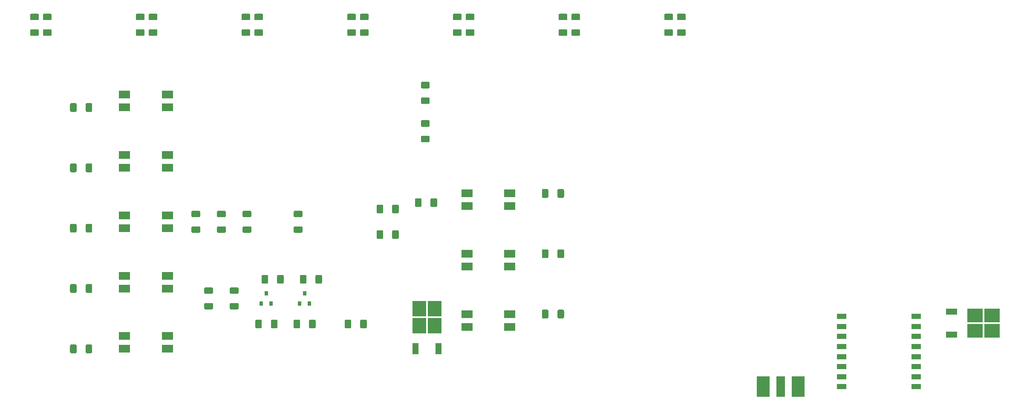
<source format=gbr>
%TF.GenerationSoftware,KiCad,Pcbnew,(5.1.7)-1*%
%TF.CreationDate,2020-11-03T10:53:37+01:00*%
%TF.ProjectId,PCB,5043422e-6b69-4636-9164-5f7063625858,rev?*%
%TF.SameCoordinates,Original*%
%TF.FileFunction,Paste,Top*%
%TF.FilePolarity,Positive*%
%FSLAX46Y46*%
G04 Gerber Fmt 4.6, Leading zero omitted, Abs format (unit mm)*
G04 Created by KiCad (PCBNEW (5.1.7)-1) date 2020-11-03 10:53:37*
%MOMM*%
%LPD*%
G01*
G04 APERTURE LIST*
%ADD10R,2.200000X1.200000*%
%ADD11R,3.050000X2.750000*%
%ADD12R,0.800000X0.900000*%
%ADD13R,2.665000X4.190000*%
%ADD14R,1.780000X4.190000*%
%ADD15R,2.250000X1.600000*%
%ADD16R,2.750000X3.050000*%
%ADD17R,1.200000X2.200000*%
%ADD18R,1.950000X1.050000*%
G04 APERTURE END LIST*
D10*
%TO.C,U23*%
X228600000Y-92100000D03*
X228600000Y-96660000D03*
D11*
X236575000Y-95905000D03*
X233225000Y-92855000D03*
X236575000Y-92855000D03*
X233225000Y-95905000D03*
%TD*%
%TO.C,R38*%
G36*
G01*
X94560800Y-86245000D02*
X94560800Y-84995000D01*
G75*
G02*
X94810800Y-84745000I250000J0D01*
G01*
X95610800Y-84745000D01*
G75*
G02*
X95860800Y-84995000I0J-250000D01*
G01*
X95860800Y-86245000D01*
G75*
G02*
X95610800Y-86495000I-250000J0D01*
G01*
X94810800Y-86495000D01*
G75*
G02*
X94560800Y-86245000I0J250000D01*
G01*
G37*
G36*
G01*
X91460800Y-86245000D02*
X91460800Y-84995000D01*
G75*
G02*
X91710800Y-84745000I250000J0D01*
G01*
X92510800Y-84745000D01*
G75*
G02*
X92760800Y-84995000I0J-250000D01*
G01*
X92760800Y-86245000D01*
G75*
G02*
X92510800Y-86495000I-250000J0D01*
G01*
X91710800Y-86495000D01*
G75*
G02*
X91460800Y-86245000I0J250000D01*
G01*
G37*
%TD*%
%TO.C,R37*%
G36*
G01*
X91530000Y-93885000D02*
X91530000Y-95135000D01*
G75*
G02*
X91280000Y-95385000I-250000J0D01*
G01*
X90480000Y-95385000D01*
G75*
G02*
X90230000Y-95135000I0J250000D01*
G01*
X90230000Y-93885000D01*
G75*
G02*
X90480000Y-93635000I250000J0D01*
G01*
X91280000Y-93635000D01*
G75*
G02*
X91530000Y-93885000I0J-250000D01*
G01*
G37*
G36*
G01*
X94630000Y-93885000D02*
X94630000Y-95135000D01*
G75*
G02*
X94380000Y-95385000I-250000J0D01*
G01*
X93580000Y-95385000D01*
G75*
G02*
X93330000Y-95135000I0J250000D01*
G01*
X93330000Y-93885000D01*
G75*
G02*
X93580000Y-93635000I250000J0D01*
G01*
X94380000Y-93635000D01*
G75*
G02*
X94630000Y-93885000I0J-250000D01*
G01*
G37*
%TD*%
%TO.C,R36*%
G36*
G01*
X102180800Y-86245000D02*
X102180800Y-84995000D01*
G75*
G02*
X102430800Y-84745000I250000J0D01*
G01*
X103230800Y-84745000D01*
G75*
G02*
X103480800Y-84995000I0J-250000D01*
G01*
X103480800Y-86245000D01*
G75*
G02*
X103230800Y-86495000I-250000J0D01*
G01*
X102430800Y-86495000D01*
G75*
G02*
X102180800Y-86245000I0J250000D01*
G01*
G37*
G36*
G01*
X99080800Y-86245000D02*
X99080800Y-84995000D01*
G75*
G02*
X99330800Y-84745000I250000J0D01*
G01*
X100130800Y-84745000D01*
G75*
G02*
X100380800Y-84995000I0J-250000D01*
G01*
X100380800Y-86245000D01*
G75*
G02*
X100130800Y-86495000I-250000J0D01*
G01*
X99330800Y-86495000D01*
G75*
G02*
X99080800Y-86245000I0J250000D01*
G01*
G37*
%TD*%
%TO.C,R32*%
G36*
G01*
X111070800Y-95135000D02*
X111070800Y-93885000D01*
G75*
G02*
X111320800Y-93635000I250000J0D01*
G01*
X112120800Y-93635000D01*
G75*
G02*
X112370800Y-93885000I0J-250000D01*
G01*
X112370800Y-95135000D01*
G75*
G02*
X112120800Y-95385000I-250000J0D01*
G01*
X111320800Y-95385000D01*
G75*
G02*
X111070800Y-95135000I0J250000D01*
G01*
G37*
G36*
G01*
X107970800Y-95135000D02*
X107970800Y-93885000D01*
G75*
G02*
X108220800Y-93635000I250000J0D01*
G01*
X109020800Y-93635000D01*
G75*
G02*
X109270800Y-93885000I0J-250000D01*
G01*
X109270800Y-95135000D01*
G75*
G02*
X109020800Y-95385000I-250000J0D01*
G01*
X108220800Y-95385000D01*
G75*
G02*
X107970800Y-95135000I0J250000D01*
G01*
G37*
%TD*%
%TO.C,R15*%
G36*
G01*
X99110800Y-93885000D02*
X99110800Y-95135000D01*
G75*
G02*
X98860800Y-95385000I-250000J0D01*
G01*
X98060800Y-95385000D01*
G75*
G02*
X97810800Y-95135000I0J250000D01*
G01*
X97810800Y-93885000D01*
G75*
G02*
X98060800Y-93635000I250000J0D01*
G01*
X98860800Y-93635000D01*
G75*
G02*
X99110800Y-93885000I0J-250000D01*
G01*
G37*
G36*
G01*
X102210800Y-93885000D02*
X102210800Y-95135000D01*
G75*
G02*
X101960800Y-95385000I-250000J0D01*
G01*
X101160800Y-95385000D01*
G75*
G02*
X100910800Y-95135000I0J250000D01*
G01*
X100910800Y-93885000D01*
G75*
G02*
X101160800Y-93635000I250000J0D01*
G01*
X101960800Y-93635000D01*
G75*
G02*
X102210800Y-93885000I0J-250000D01*
G01*
G37*
%TD*%
D12*
%TO.C,Q10*%
X92390800Y-88430000D03*
X93340800Y-90430000D03*
X91440800Y-90430000D03*
%TD*%
%TO.C,Q6*%
X100010800Y-88430000D03*
X100960800Y-90430000D03*
X99060800Y-90430000D03*
%TD*%
D13*
%TO.C,ANT*%
X191107500Y-107000000D03*
D14*
X194600000Y-107000000D03*
D13*
X198092500Y-107000000D03*
%TD*%
D15*
%TO.C,U22*%
X140760000Y-92540000D03*
X140760000Y-95080000D03*
X132260000Y-95080000D03*
X132260000Y-92540000D03*
%TD*%
%TO.C,U21*%
X140760000Y-80540000D03*
X140760000Y-83080000D03*
X132260000Y-83080000D03*
X132260000Y-80540000D03*
%TD*%
%TO.C,U20*%
X140760000Y-68540000D03*
X140760000Y-71080000D03*
X132260000Y-71080000D03*
X132260000Y-68540000D03*
%TD*%
%TO.C,R35*%
G36*
G01*
X150270000Y-93165000D02*
X150270000Y-91915000D01*
G75*
G02*
X150520000Y-91665000I250000J0D01*
G01*
X151320000Y-91665000D01*
G75*
G02*
X151570000Y-91915000I0J-250000D01*
G01*
X151570000Y-93165000D01*
G75*
G02*
X151320000Y-93415000I-250000J0D01*
G01*
X150520000Y-93415000D01*
G75*
G02*
X150270000Y-93165000I0J250000D01*
G01*
G37*
G36*
G01*
X147170000Y-93165000D02*
X147170000Y-91915000D01*
G75*
G02*
X147420000Y-91665000I250000J0D01*
G01*
X148220000Y-91665000D01*
G75*
G02*
X148470000Y-91915000I0J-250000D01*
G01*
X148470000Y-93165000D01*
G75*
G02*
X148220000Y-93415000I-250000J0D01*
G01*
X147420000Y-93415000D01*
G75*
G02*
X147170000Y-93165000I0J250000D01*
G01*
G37*
%TD*%
%TO.C,R34*%
G36*
G01*
X150270000Y-81165000D02*
X150270000Y-79915000D01*
G75*
G02*
X150520000Y-79665000I250000J0D01*
G01*
X151320000Y-79665000D01*
G75*
G02*
X151570000Y-79915000I0J-250000D01*
G01*
X151570000Y-81165000D01*
G75*
G02*
X151320000Y-81415000I-250000J0D01*
G01*
X150520000Y-81415000D01*
G75*
G02*
X150270000Y-81165000I0J250000D01*
G01*
G37*
G36*
G01*
X147170000Y-81165000D02*
X147170000Y-79915000D01*
G75*
G02*
X147420000Y-79665000I250000J0D01*
G01*
X148220000Y-79665000D01*
G75*
G02*
X148470000Y-79915000I0J-250000D01*
G01*
X148470000Y-81165000D01*
G75*
G02*
X148220000Y-81415000I-250000J0D01*
G01*
X147420000Y-81415000D01*
G75*
G02*
X147170000Y-81165000I0J250000D01*
G01*
G37*
%TD*%
%TO.C,R33*%
G36*
G01*
X150270000Y-69165000D02*
X150270000Y-67915000D01*
G75*
G02*
X150520000Y-67665000I250000J0D01*
G01*
X151320000Y-67665000D01*
G75*
G02*
X151570000Y-67915000I0J-250000D01*
G01*
X151570000Y-69165000D01*
G75*
G02*
X151320000Y-69415000I-250000J0D01*
G01*
X150520000Y-69415000D01*
G75*
G02*
X150270000Y-69165000I0J250000D01*
G01*
G37*
G36*
G01*
X147170000Y-69165000D02*
X147170000Y-67915000D01*
G75*
G02*
X147420000Y-67665000I250000J0D01*
G01*
X148220000Y-67665000D01*
G75*
G02*
X148470000Y-67915000I0J-250000D01*
G01*
X148470000Y-69165000D01*
G75*
G02*
X148220000Y-69415000I-250000J0D01*
G01*
X147420000Y-69415000D01*
G75*
G02*
X147170000Y-69165000I0J250000D01*
G01*
G37*
%TD*%
%TO.C,R31*%
G36*
G01*
X115620800Y-76105000D02*
X115620800Y-77355000D01*
G75*
G02*
X115370800Y-77605000I-250000J0D01*
G01*
X114570800Y-77605000D01*
G75*
G02*
X114320800Y-77355000I0J250000D01*
G01*
X114320800Y-76105000D01*
G75*
G02*
X114570800Y-75855000I250000J0D01*
G01*
X115370800Y-75855000D01*
G75*
G02*
X115620800Y-76105000I0J-250000D01*
G01*
G37*
G36*
G01*
X118720800Y-76105000D02*
X118720800Y-77355000D01*
G75*
G02*
X118470800Y-77605000I-250000J0D01*
G01*
X117670800Y-77605000D01*
G75*
G02*
X117420800Y-77355000I0J250000D01*
G01*
X117420800Y-76105000D01*
G75*
G02*
X117670800Y-75855000I250000J0D01*
G01*
X118470800Y-75855000D01*
G75*
G02*
X118720800Y-76105000I0J-250000D01*
G01*
G37*
%TD*%
%TO.C,R30*%
G36*
G01*
X115620800Y-71025000D02*
X115620800Y-72275000D01*
G75*
G02*
X115370800Y-72525000I-250000J0D01*
G01*
X114570800Y-72525000D01*
G75*
G02*
X114320800Y-72275000I0J250000D01*
G01*
X114320800Y-71025000D01*
G75*
G02*
X114570800Y-70775000I250000J0D01*
G01*
X115370800Y-70775000D01*
G75*
G02*
X115620800Y-71025000I0J-250000D01*
G01*
G37*
G36*
G01*
X118720800Y-71025000D02*
X118720800Y-72275000D01*
G75*
G02*
X118470800Y-72525000I-250000J0D01*
G01*
X117670800Y-72525000D01*
G75*
G02*
X117420800Y-72275000I0J250000D01*
G01*
X117420800Y-71025000D01*
G75*
G02*
X117670800Y-70775000I250000J0D01*
G01*
X118470800Y-70775000D01*
G75*
G02*
X118720800Y-71025000I0J-250000D01*
G01*
G37*
%TD*%
%TO.C,R29*%
G36*
G01*
X123240800Y-69755000D02*
X123240800Y-71005000D01*
G75*
G02*
X122990800Y-71255000I-250000J0D01*
G01*
X122190800Y-71255000D01*
G75*
G02*
X121940800Y-71005000I0J250000D01*
G01*
X121940800Y-69755000D01*
G75*
G02*
X122190800Y-69505000I250000J0D01*
G01*
X122990800Y-69505000D01*
G75*
G02*
X123240800Y-69755000I0J-250000D01*
G01*
G37*
G36*
G01*
X126340800Y-69755000D02*
X126340800Y-71005000D01*
G75*
G02*
X126090800Y-71255000I-250000J0D01*
G01*
X125290800Y-71255000D01*
G75*
G02*
X125040800Y-71005000I0J250000D01*
G01*
X125040800Y-69755000D01*
G75*
G02*
X125290800Y-69505000I250000J0D01*
G01*
X126090800Y-69505000D01*
G75*
G02*
X126340800Y-69755000I0J-250000D01*
G01*
G37*
%TD*%
%TO.C,R28*%
G36*
G01*
X171725000Y-35900000D02*
X172975000Y-35900000D01*
G75*
G02*
X173225000Y-36150000I0J-250000D01*
G01*
X173225000Y-36950000D01*
G75*
G02*
X172975000Y-37200000I-250000J0D01*
G01*
X171725000Y-37200000D01*
G75*
G02*
X171475000Y-36950000I0J250000D01*
G01*
X171475000Y-36150000D01*
G75*
G02*
X171725000Y-35900000I250000J0D01*
G01*
G37*
G36*
G01*
X171725000Y-32800000D02*
X172975000Y-32800000D01*
G75*
G02*
X173225000Y-33050000I0J-250000D01*
G01*
X173225000Y-33850000D01*
G75*
G02*
X172975000Y-34100000I-250000J0D01*
G01*
X171725000Y-34100000D01*
G75*
G02*
X171475000Y-33850000I0J250000D01*
G01*
X171475000Y-33050000D01*
G75*
G02*
X171725000Y-32800000I250000J0D01*
G01*
G37*
%TD*%
%TO.C,R27*%
G36*
G01*
X150725000Y-35900000D02*
X151975000Y-35900000D01*
G75*
G02*
X152225000Y-36150000I0J-250000D01*
G01*
X152225000Y-36950000D01*
G75*
G02*
X151975000Y-37200000I-250000J0D01*
G01*
X150725000Y-37200000D01*
G75*
G02*
X150475000Y-36950000I0J250000D01*
G01*
X150475000Y-36150000D01*
G75*
G02*
X150725000Y-35900000I250000J0D01*
G01*
G37*
G36*
G01*
X150725000Y-32800000D02*
X151975000Y-32800000D01*
G75*
G02*
X152225000Y-33050000I0J-250000D01*
G01*
X152225000Y-33850000D01*
G75*
G02*
X151975000Y-34100000I-250000J0D01*
G01*
X150725000Y-34100000D01*
G75*
G02*
X150475000Y-33850000I0J250000D01*
G01*
X150475000Y-33050000D01*
G75*
G02*
X150725000Y-32800000I250000J0D01*
G01*
G37*
%TD*%
%TO.C,R26*%
G36*
G01*
X129725000Y-35900000D02*
X130975000Y-35900000D01*
G75*
G02*
X131225000Y-36150000I0J-250000D01*
G01*
X131225000Y-36950000D01*
G75*
G02*
X130975000Y-37200000I-250000J0D01*
G01*
X129725000Y-37200000D01*
G75*
G02*
X129475000Y-36950000I0J250000D01*
G01*
X129475000Y-36150000D01*
G75*
G02*
X129725000Y-35900000I250000J0D01*
G01*
G37*
G36*
G01*
X129725000Y-32800000D02*
X130975000Y-32800000D01*
G75*
G02*
X131225000Y-33050000I0J-250000D01*
G01*
X131225000Y-33850000D01*
G75*
G02*
X130975000Y-34100000I-250000J0D01*
G01*
X129725000Y-34100000D01*
G75*
G02*
X129475000Y-33850000I0J250000D01*
G01*
X129475000Y-33050000D01*
G75*
G02*
X129725000Y-32800000I250000J0D01*
G01*
G37*
%TD*%
%TO.C,R25*%
G36*
G01*
X108725000Y-35900000D02*
X109975000Y-35900000D01*
G75*
G02*
X110225000Y-36150000I0J-250000D01*
G01*
X110225000Y-36950000D01*
G75*
G02*
X109975000Y-37200000I-250000J0D01*
G01*
X108725000Y-37200000D01*
G75*
G02*
X108475000Y-36950000I0J250000D01*
G01*
X108475000Y-36150000D01*
G75*
G02*
X108725000Y-35900000I250000J0D01*
G01*
G37*
G36*
G01*
X108725000Y-32800000D02*
X109975000Y-32800000D01*
G75*
G02*
X110225000Y-33050000I0J-250000D01*
G01*
X110225000Y-33850000D01*
G75*
G02*
X109975000Y-34100000I-250000J0D01*
G01*
X108725000Y-34100000D01*
G75*
G02*
X108475000Y-33850000I0J250000D01*
G01*
X108475000Y-33050000D01*
G75*
G02*
X108725000Y-32800000I250000J0D01*
G01*
G37*
%TD*%
%TO.C,R24*%
G36*
G01*
X87725000Y-35900000D02*
X88975000Y-35900000D01*
G75*
G02*
X89225000Y-36150000I0J-250000D01*
G01*
X89225000Y-36950000D01*
G75*
G02*
X88975000Y-37200000I-250000J0D01*
G01*
X87725000Y-37200000D01*
G75*
G02*
X87475000Y-36950000I0J250000D01*
G01*
X87475000Y-36150000D01*
G75*
G02*
X87725000Y-35900000I250000J0D01*
G01*
G37*
G36*
G01*
X87725000Y-32800000D02*
X88975000Y-32800000D01*
G75*
G02*
X89225000Y-33050000I0J-250000D01*
G01*
X89225000Y-33850000D01*
G75*
G02*
X88975000Y-34100000I-250000J0D01*
G01*
X87725000Y-34100000D01*
G75*
G02*
X87475000Y-33850000I0J250000D01*
G01*
X87475000Y-33050000D01*
G75*
G02*
X87725000Y-32800000I250000J0D01*
G01*
G37*
%TD*%
%TO.C,R23*%
G36*
G01*
X174265000Y-35900000D02*
X175515000Y-35900000D01*
G75*
G02*
X175765000Y-36150000I0J-250000D01*
G01*
X175765000Y-36950000D01*
G75*
G02*
X175515000Y-37200000I-250000J0D01*
G01*
X174265000Y-37200000D01*
G75*
G02*
X174015000Y-36950000I0J250000D01*
G01*
X174015000Y-36150000D01*
G75*
G02*
X174265000Y-35900000I250000J0D01*
G01*
G37*
G36*
G01*
X174265000Y-32800000D02*
X175515000Y-32800000D01*
G75*
G02*
X175765000Y-33050000I0J-250000D01*
G01*
X175765000Y-33850000D01*
G75*
G02*
X175515000Y-34100000I-250000J0D01*
G01*
X174265000Y-34100000D01*
G75*
G02*
X174015000Y-33850000I0J250000D01*
G01*
X174015000Y-33050000D01*
G75*
G02*
X174265000Y-32800000I250000J0D01*
G01*
G37*
%TD*%
%TO.C,R22*%
G36*
G01*
X153265000Y-35900000D02*
X154515000Y-35900000D01*
G75*
G02*
X154765000Y-36150000I0J-250000D01*
G01*
X154765000Y-36950000D01*
G75*
G02*
X154515000Y-37200000I-250000J0D01*
G01*
X153265000Y-37200000D01*
G75*
G02*
X153015000Y-36950000I0J250000D01*
G01*
X153015000Y-36150000D01*
G75*
G02*
X153265000Y-35900000I250000J0D01*
G01*
G37*
G36*
G01*
X153265000Y-32800000D02*
X154515000Y-32800000D01*
G75*
G02*
X154765000Y-33050000I0J-250000D01*
G01*
X154765000Y-33850000D01*
G75*
G02*
X154515000Y-34100000I-250000J0D01*
G01*
X153265000Y-34100000D01*
G75*
G02*
X153015000Y-33850000I0J250000D01*
G01*
X153015000Y-33050000D01*
G75*
G02*
X153265000Y-32800000I250000J0D01*
G01*
G37*
%TD*%
%TO.C,R21*%
G36*
G01*
X132265000Y-32800000D02*
X133515000Y-32800000D01*
G75*
G02*
X133765000Y-33050000I0J-250000D01*
G01*
X133765000Y-33850000D01*
G75*
G02*
X133515000Y-34100000I-250000J0D01*
G01*
X132265000Y-34100000D01*
G75*
G02*
X132015000Y-33850000I0J250000D01*
G01*
X132015000Y-33050000D01*
G75*
G02*
X132265000Y-32800000I250000J0D01*
G01*
G37*
G36*
G01*
X132265000Y-35900000D02*
X133515000Y-35900000D01*
G75*
G02*
X133765000Y-36150000I0J-250000D01*
G01*
X133765000Y-36950000D01*
G75*
G02*
X133515000Y-37200000I-250000J0D01*
G01*
X132265000Y-37200000D01*
G75*
G02*
X132015000Y-36950000I0J250000D01*
G01*
X132015000Y-36150000D01*
G75*
G02*
X132265000Y-35900000I250000J0D01*
G01*
G37*
%TD*%
%TO.C,R20*%
G36*
G01*
X111265000Y-35900000D02*
X112515000Y-35900000D01*
G75*
G02*
X112765000Y-36150000I0J-250000D01*
G01*
X112765000Y-36950000D01*
G75*
G02*
X112515000Y-37200000I-250000J0D01*
G01*
X111265000Y-37200000D01*
G75*
G02*
X111015000Y-36950000I0J250000D01*
G01*
X111015000Y-36150000D01*
G75*
G02*
X111265000Y-35900000I250000J0D01*
G01*
G37*
G36*
G01*
X111265000Y-32800000D02*
X112515000Y-32800000D01*
G75*
G02*
X112765000Y-33050000I0J-250000D01*
G01*
X112765000Y-33850000D01*
G75*
G02*
X112515000Y-34100000I-250000J0D01*
G01*
X111265000Y-34100000D01*
G75*
G02*
X111015000Y-33850000I0J250000D01*
G01*
X111015000Y-33050000D01*
G75*
G02*
X111265000Y-32800000I250000J0D01*
G01*
G37*
%TD*%
%TO.C,R19*%
G36*
G01*
X90265000Y-35900000D02*
X91515000Y-35900000D01*
G75*
G02*
X91765000Y-36150000I0J-250000D01*
G01*
X91765000Y-36950000D01*
G75*
G02*
X91515000Y-37200000I-250000J0D01*
G01*
X90265000Y-37200000D01*
G75*
G02*
X90015000Y-36950000I0J250000D01*
G01*
X90015000Y-36150000D01*
G75*
G02*
X90265000Y-35900000I250000J0D01*
G01*
G37*
G36*
G01*
X90265000Y-32800000D02*
X91515000Y-32800000D01*
G75*
G02*
X91765000Y-33050000I0J-250000D01*
G01*
X91765000Y-33850000D01*
G75*
G02*
X91515000Y-34100000I-250000J0D01*
G01*
X90265000Y-34100000D01*
G75*
G02*
X90015000Y-33850000I0J250000D01*
G01*
X90015000Y-33050000D01*
G75*
G02*
X90265000Y-32800000I250000J0D01*
G01*
G37*
%TD*%
%TO.C,R18*%
G36*
G01*
X66725000Y-35900000D02*
X67975000Y-35900000D01*
G75*
G02*
X68225000Y-36150000I0J-250000D01*
G01*
X68225000Y-36950000D01*
G75*
G02*
X67975000Y-37200000I-250000J0D01*
G01*
X66725000Y-37200000D01*
G75*
G02*
X66475000Y-36950000I0J250000D01*
G01*
X66475000Y-36150000D01*
G75*
G02*
X66725000Y-35900000I250000J0D01*
G01*
G37*
G36*
G01*
X66725000Y-32800000D02*
X67975000Y-32800000D01*
G75*
G02*
X68225000Y-33050000I0J-250000D01*
G01*
X68225000Y-33850000D01*
G75*
G02*
X67975000Y-34100000I-250000J0D01*
G01*
X66725000Y-34100000D01*
G75*
G02*
X66475000Y-33850000I0J250000D01*
G01*
X66475000Y-33050000D01*
G75*
G02*
X66725000Y-32800000I250000J0D01*
G01*
G37*
%TD*%
%TO.C,R17*%
G36*
G01*
X69265000Y-35900000D02*
X70515000Y-35900000D01*
G75*
G02*
X70765000Y-36150000I0J-250000D01*
G01*
X70765000Y-36950000D01*
G75*
G02*
X70515000Y-37200000I-250000J0D01*
G01*
X69265000Y-37200000D01*
G75*
G02*
X69015000Y-36950000I0J250000D01*
G01*
X69015000Y-36150000D01*
G75*
G02*
X69265000Y-35900000I250000J0D01*
G01*
G37*
G36*
G01*
X69265000Y-32800000D02*
X70515000Y-32800000D01*
G75*
G02*
X70765000Y-33050000I0J-250000D01*
G01*
X70765000Y-33850000D01*
G75*
G02*
X70515000Y-34100000I-250000J0D01*
G01*
X69265000Y-34100000D01*
G75*
G02*
X69015000Y-33850000I0J250000D01*
G01*
X69015000Y-33050000D01*
G75*
G02*
X69265000Y-32800000I250000J0D01*
G01*
G37*
%TD*%
%TO.C,R16*%
G36*
G01*
X99365800Y-73290000D02*
X98115800Y-73290000D01*
G75*
G02*
X97865800Y-73040000I0J250000D01*
G01*
X97865800Y-72240000D01*
G75*
G02*
X98115800Y-71990000I250000J0D01*
G01*
X99365800Y-71990000D01*
G75*
G02*
X99615800Y-72240000I0J-250000D01*
G01*
X99615800Y-73040000D01*
G75*
G02*
X99365800Y-73290000I-250000J0D01*
G01*
G37*
G36*
G01*
X99365800Y-76390000D02*
X98115800Y-76390000D01*
G75*
G02*
X97865800Y-76140000I0J250000D01*
G01*
X97865800Y-75340000D01*
G75*
G02*
X98115800Y-75090000I250000J0D01*
G01*
X99365800Y-75090000D01*
G75*
G02*
X99615800Y-75340000I0J-250000D01*
G01*
X99615800Y-76140000D01*
G75*
G02*
X99365800Y-76390000I-250000J0D01*
G01*
G37*
%TD*%
%TO.C,U10*%
X64240000Y-99460000D03*
X64240000Y-96920000D03*
X72740000Y-96920000D03*
X72740000Y-99460000D03*
%TD*%
%TO.C,R14*%
G36*
G01*
X54730000Y-98835000D02*
X54730000Y-100085000D01*
G75*
G02*
X54480000Y-100335000I-250000J0D01*
G01*
X53680000Y-100335000D01*
G75*
G02*
X53430000Y-100085000I0J250000D01*
G01*
X53430000Y-98835000D01*
G75*
G02*
X53680000Y-98585000I250000J0D01*
G01*
X54480000Y-98585000D01*
G75*
G02*
X54730000Y-98835000I0J-250000D01*
G01*
G37*
G36*
G01*
X57830000Y-98835000D02*
X57830000Y-100085000D01*
G75*
G02*
X57580000Y-100335000I-250000J0D01*
G01*
X56780000Y-100335000D01*
G75*
G02*
X56530000Y-100085000I0J250000D01*
G01*
X56530000Y-98835000D01*
G75*
G02*
X56780000Y-98585000I250000J0D01*
G01*
X57580000Y-98585000D01*
G75*
G02*
X57830000Y-98835000I0J-250000D01*
G01*
G37*
%TD*%
%TO.C,R13*%
G36*
G01*
X86665800Y-88530000D02*
X85415800Y-88530000D01*
G75*
G02*
X85165800Y-88280000I0J250000D01*
G01*
X85165800Y-87480000D01*
G75*
G02*
X85415800Y-87230000I250000J0D01*
G01*
X86665800Y-87230000D01*
G75*
G02*
X86915800Y-87480000I0J-250000D01*
G01*
X86915800Y-88280000D01*
G75*
G02*
X86665800Y-88530000I-250000J0D01*
G01*
G37*
G36*
G01*
X86665800Y-91630000D02*
X85415800Y-91630000D01*
G75*
G02*
X85165800Y-91380000I0J250000D01*
G01*
X85165800Y-90580000D01*
G75*
G02*
X85415800Y-90330000I250000J0D01*
G01*
X86665800Y-90330000D01*
G75*
G02*
X86915800Y-90580000I0J-250000D01*
G01*
X86915800Y-91380000D01*
G75*
G02*
X86665800Y-91630000I-250000J0D01*
G01*
G37*
%TD*%
%TO.C,R12*%
G36*
G01*
X45725000Y-35900000D02*
X46975000Y-35900000D01*
G75*
G02*
X47225000Y-36150000I0J-250000D01*
G01*
X47225000Y-36950000D01*
G75*
G02*
X46975000Y-37200000I-250000J0D01*
G01*
X45725000Y-37200000D01*
G75*
G02*
X45475000Y-36950000I0J250000D01*
G01*
X45475000Y-36150000D01*
G75*
G02*
X45725000Y-35900000I250000J0D01*
G01*
G37*
G36*
G01*
X45725000Y-32800000D02*
X46975000Y-32800000D01*
G75*
G02*
X47225000Y-33050000I0J-250000D01*
G01*
X47225000Y-33850000D01*
G75*
G02*
X46975000Y-34100000I-250000J0D01*
G01*
X45725000Y-34100000D01*
G75*
G02*
X45475000Y-33850000I0J250000D01*
G01*
X45475000Y-33050000D01*
G75*
G02*
X45725000Y-32800000I250000J0D01*
G01*
G37*
%TD*%
%TO.C,R11*%
G36*
G01*
X48265000Y-35900000D02*
X49515000Y-35900000D01*
G75*
G02*
X49765000Y-36150000I0J-250000D01*
G01*
X49765000Y-36950000D01*
G75*
G02*
X49515000Y-37200000I-250000J0D01*
G01*
X48265000Y-37200000D01*
G75*
G02*
X48015000Y-36950000I0J250000D01*
G01*
X48015000Y-36150000D01*
G75*
G02*
X48265000Y-35900000I250000J0D01*
G01*
G37*
G36*
G01*
X48265000Y-32800000D02*
X49515000Y-32800000D01*
G75*
G02*
X49765000Y-33050000I0J-250000D01*
G01*
X49765000Y-33850000D01*
G75*
G02*
X49515000Y-34100000I-250000J0D01*
G01*
X48265000Y-34100000D01*
G75*
G02*
X48015000Y-33850000I0J250000D01*
G01*
X48015000Y-33050000D01*
G75*
G02*
X48265000Y-32800000I250000J0D01*
G01*
G37*
%TD*%
%TO.C,R10*%
G36*
G01*
X123375000Y-57090000D02*
X124625000Y-57090000D01*
G75*
G02*
X124875000Y-57340000I0J-250000D01*
G01*
X124875000Y-58140000D01*
G75*
G02*
X124625000Y-58390000I-250000J0D01*
G01*
X123375000Y-58390000D01*
G75*
G02*
X123125000Y-58140000I0J250000D01*
G01*
X123125000Y-57340000D01*
G75*
G02*
X123375000Y-57090000I250000J0D01*
G01*
G37*
G36*
G01*
X123375000Y-53990000D02*
X124625000Y-53990000D01*
G75*
G02*
X124875000Y-54240000I0J-250000D01*
G01*
X124875000Y-55040000D01*
G75*
G02*
X124625000Y-55290000I-250000J0D01*
G01*
X123375000Y-55290000D01*
G75*
G02*
X123125000Y-55040000I0J250000D01*
G01*
X123125000Y-54240000D01*
G75*
G02*
X123375000Y-53990000I250000J0D01*
G01*
G37*
%TD*%
%TO.C,R9*%
G36*
G01*
X123375000Y-49470000D02*
X124625000Y-49470000D01*
G75*
G02*
X124875000Y-49720000I0J-250000D01*
G01*
X124875000Y-50520000D01*
G75*
G02*
X124625000Y-50770000I-250000J0D01*
G01*
X123375000Y-50770000D01*
G75*
G02*
X123125000Y-50520000I0J250000D01*
G01*
X123125000Y-49720000D01*
G75*
G02*
X123375000Y-49470000I250000J0D01*
G01*
G37*
G36*
G01*
X123375000Y-46370000D02*
X124625000Y-46370000D01*
G75*
G02*
X124875000Y-46620000I0J-250000D01*
G01*
X124875000Y-47420000D01*
G75*
G02*
X124625000Y-47670000I-250000J0D01*
G01*
X123375000Y-47670000D01*
G75*
G02*
X123125000Y-47420000I0J250000D01*
G01*
X123125000Y-46620000D01*
G75*
G02*
X123375000Y-46370000I250000J0D01*
G01*
G37*
%TD*%
D16*
%TO.C,U16*%
X125885800Y-94835000D03*
X122835800Y-91485000D03*
X122835800Y-94835000D03*
X125885800Y-91485000D03*
D17*
X126640800Y-99460000D03*
X122080800Y-99460000D03*
%TD*%
D15*
%TO.C,U19*%
X64240000Y-63460000D03*
X64240000Y-60920000D03*
X72740000Y-60920000D03*
X72740000Y-63460000D03*
%TD*%
%TO.C,U18*%
X64240000Y-75460000D03*
X64240000Y-72920000D03*
X72740000Y-72920000D03*
X72740000Y-75460000D03*
%TD*%
%TO.C,U17*%
X72740000Y-51460000D03*
X72740000Y-48920000D03*
X64240000Y-48920000D03*
X64240000Y-51460000D03*
%TD*%
%TO.C,R8*%
G36*
G01*
X54730000Y-62835000D02*
X54730000Y-64085000D01*
G75*
G02*
X54480000Y-64335000I-250000J0D01*
G01*
X53680000Y-64335000D01*
G75*
G02*
X53430000Y-64085000I0J250000D01*
G01*
X53430000Y-62835000D01*
G75*
G02*
X53680000Y-62585000I250000J0D01*
G01*
X54480000Y-62585000D01*
G75*
G02*
X54730000Y-62835000I0J-250000D01*
G01*
G37*
G36*
G01*
X57830000Y-62835000D02*
X57830000Y-64085000D01*
G75*
G02*
X57580000Y-64335000I-250000J0D01*
G01*
X56780000Y-64335000D01*
G75*
G02*
X56530000Y-64085000I0J250000D01*
G01*
X56530000Y-62835000D01*
G75*
G02*
X56780000Y-62585000I250000J0D01*
G01*
X57580000Y-62585000D01*
G75*
G02*
X57830000Y-62835000I0J-250000D01*
G01*
G37*
%TD*%
%TO.C,R7*%
G36*
G01*
X54730000Y-74835000D02*
X54730000Y-76085000D01*
G75*
G02*
X54480000Y-76335000I-250000J0D01*
G01*
X53680000Y-76335000D01*
G75*
G02*
X53430000Y-76085000I0J250000D01*
G01*
X53430000Y-74835000D01*
G75*
G02*
X53680000Y-74585000I250000J0D01*
G01*
X54480000Y-74585000D01*
G75*
G02*
X54730000Y-74835000I0J-250000D01*
G01*
G37*
G36*
G01*
X57830000Y-74835000D02*
X57830000Y-76085000D01*
G75*
G02*
X57580000Y-76335000I-250000J0D01*
G01*
X56780000Y-76335000D01*
G75*
G02*
X56530000Y-76085000I0J250000D01*
G01*
X56530000Y-74835000D01*
G75*
G02*
X56780000Y-74585000I250000J0D01*
G01*
X57580000Y-74585000D01*
G75*
G02*
X57830000Y-74835000I0J-250000D01*
G01*
G37*
%TD*%
%TO.C,R6*%
G36*
G01*
X54730000Y-50835000D02*
X54730000Y-52085000D01*
G75*
G02*
X54480000Y-52335000I-250000J0D01*
G01*
X53680000Y-52335000D01*
G75*
G02*
X53430000Y-52085000I0J250000D01*
G01*
X53430000Y-50835000D01*
G75*
G02*
X53680000Y-50585000I250000J0D01*
G01*
X54480000Y-50585000D01*
G75*
G02*
X54730000Y-50835000I0J-250000D01*
G01*
G37*
G36*
G01*
X57830000Y-50835000D02*
X57830000Y-52085000D01*
G75*
G02*
X57580000Y-52335000I-250000J0D01*
G01*
X56780000Y-52335000D01*
G75*
G02*
X56530000Y-52085000I0J250000D01*
G01*
X56530000Y-50835000D01*
G75*
G02*
X56780000Y-50585000I250000J0D01*
G01*
X57580000Y-50585000D01*
G75*
G02*
X57830000Y-50835000I0J-250000D01*
G01*
G37*
%TD*%
%TO.C,R5*%
G36*
G01*
X82875800Y-75090000D02*
X84125800Y-75090000D01*
G75*
G02*
X84375800Y-75340000I0J-250000D01*
G01*
X84375800Y-76140000D01*
G75*
G02*
X84125800Y-76390000I-250000J0D01*
G01*
X82875800Y-76390000D01*
G75*
G02*
X82625800Y-76140000I0J250000D01*
G01*
X82625800Y-75340000D01*
G75*
G02*
X82875800Y-75090000I250000J0D01*
G01*
G37*
G36*
G01*
X82875800Y-71990000D02*
X84125800Y-71990000D01*
G75*
G02*
X84375800Y-72240000I0J-250000D01*
G01*
X84375800Y-73040000D01*
G75*
G02*
X84125800Y-73290000I-250000J0D01*
G01*
X82875800Y-73290000D01*
G75*
G02*
X82625800Y-73040000I0J250000D01*
G01*
X82625800Y-72240000D01*
G75*
G02*
X82875800Y-71990000I250000J0D01*
G01*
G37*
%TD*%
%TO.C,R4*%
G36*
G01*
X77795800Y-75090000D02*
X79045800Y-75090000D01*
G75*
G02*
X79295800Y-75340000I0J-250000D01*
G01*
X79295800Y-76140000D01*
G75*
G02*
X79045800Y-76390000I-250000J0D01*
G01*
X77795800Y-76390000D01*
G75*
G02*
X77545800Y-76140000I0J250000D01*
G01*
X77545800Y-75340000D01*
G75*
G02*
X77795800Y-75090000I250000J0D01*
G01*
G37*
G36*
G01*
X77795800Y-71990000D02*
X79045800Y-71990000D01*
G75*
G02*
X79295800Y-72240000I0J-250000D01*
G01*
X79295800Y-73040000D01*
G75*
G02*
X79045800Y-73290000I-250000J0D01*
G01*
X77795800Y-73290000D01*
G75*
G02*
X77545800Y-73040000I0J250000D01*
G01*
X77545800Y-72240000D01*
G75*
G02*
X77795800Y-71990000I250000J0D01*
G01*
G37*
%TD*%
%TO.C,R3*%
G36*
G01*
X87955800Y-75090000D02*
X89205800Y-75090000D01*
G75*
G02*
X89455800Y-75340000I0J-250000D01*
G01*
X89455800Y-76140000D01*
G75*
G02*
X89205800Y-76390000I-250000J0D01*
G01*
X87955800Y-76390000D01*
G75*
G02*
X87705800Y-76140000I0J250000D01*
G01*
X87705800Y-75340000D01*
G75*
G02*
X87955800Y-75090000I250000J0D01*
G01*
G37*
G36*
G01*
X87955800Y-71990000D02*
X89205800Y-71990000D01*
G75*
G02*
X89455800Y-72240000I0J-250000D01*
G01*
X89455800Y-73040000D01*
G75*
G02*
X89205800Y-73290000I-250000J0D01*
G01*
X87955800Y-73290000D01*
G75*
G02*
X87705800Y-73040000I0J250000D01*
G01*
X87705800Y-72240000D01*
G75*
G02*
X87955800Y-71990000I250000J0D01*
G01*
G37*
%TD*%
D18*
%TO.C,U5*%
X221500000Y-107000000D03*
X221500000Y-105000000D03*
X221500000Y-103000000D03*
X221500000Y-101000000D03*
X221500000Y-99000000D03*
X221500000Y-97000000D03*
X221500000Y-95000000D03*
X221500000Y-93000000D03*
X206700000Y-93000000D03*
X206700000Y-95000000D03*
X206700000Y-97000000D03*
X206700000Y-99000000D03*
X206700000Y-101000000D03*
X206700000Y-103000000D03*
X206700000Y-105000000D03*
X206700000Y-107000000D03*
%TD*%
%TO.C,R2*%
G36*
G01*
X54730000Y-86835000D02*
X54730000Y-88085000D01*
G75*
G02*
X54480000Y-88335000I-250000J0D01*
G01*
X53680000Y-88335000D01*
G75*
G02*
X53430000Y-88085000I0J250000D01*
G01*
X53430000Y-86835000D01*
G75*
G02*
X53680000Y-86585000I250000J0D01*
G01*
X54480000Y-86585000D01*
G75*
G02*
X54730000Y-86835000I0J-250000D01*
G01*
G37*
G36*
G01*
X57830000Y-86835000D02*
X57830000Y-88085000D01*
G75*
G02*
X57580000Y-88335000I-250000J0D01*
G01*
X56780000Y-88335000D01*
G75*
G02*
X56530000Y-88085000I0J250000D01*
G01*
X56530000Y-86835000D01*
G75*
G02*
X56780000Y-86585000I250000J0D01*
G01*
X57580000Y-86585000D01*
G75*
G02*
X57830000Y-86835000I0J-250000D01*
G01*
G37*
%TD*%
%TO.C,R1*%
G36*
G01*
X81585800Y-88530000D02*
X80335800Y-88530000D01*
G75*
G02*
X80085800Y-88280000I0J250000D01*
G01*
X80085800Y-87480000D01*
G75*
G02*
X80335800Y-87230000I250000J0D01*
G01*
X81585800Y-87230000D01*
G75*
G02*
X81835800Y-87480000I0J-250000D01*
G01*
X81835800Y-88280000D01*
G75*
G02*
X81585800Y-88530000I-250000J0D01*
G01*
G37*
G36*
G01*
X81585800Y-91630000D02*
X80335800Y-91630000D01*
G75*
G02*
X80085800Y-91380000I0J250000D01*
G01*
X80085800Y-90580000D01*
G75*
G02*
X80335800Y-90330000I250000J0D01*
G01*
X81585800Y-90330000D01*
G75*
G02*
X81835800Y-90580000I0J-250000D01*
G01*
X81835800Y-91380000D01*
G75*
G02*
X81585800Y-91630000I-250000J0D01*
G01*
G37*
%TD*%
D15*
%TO.C,U1*%
X64240000Y-87460000D03*
X64240000Y-84920000D03*
X72740000Y-84920000D03*
X72740000Y-87460000D03*
%TD*%
M02*

</source>
